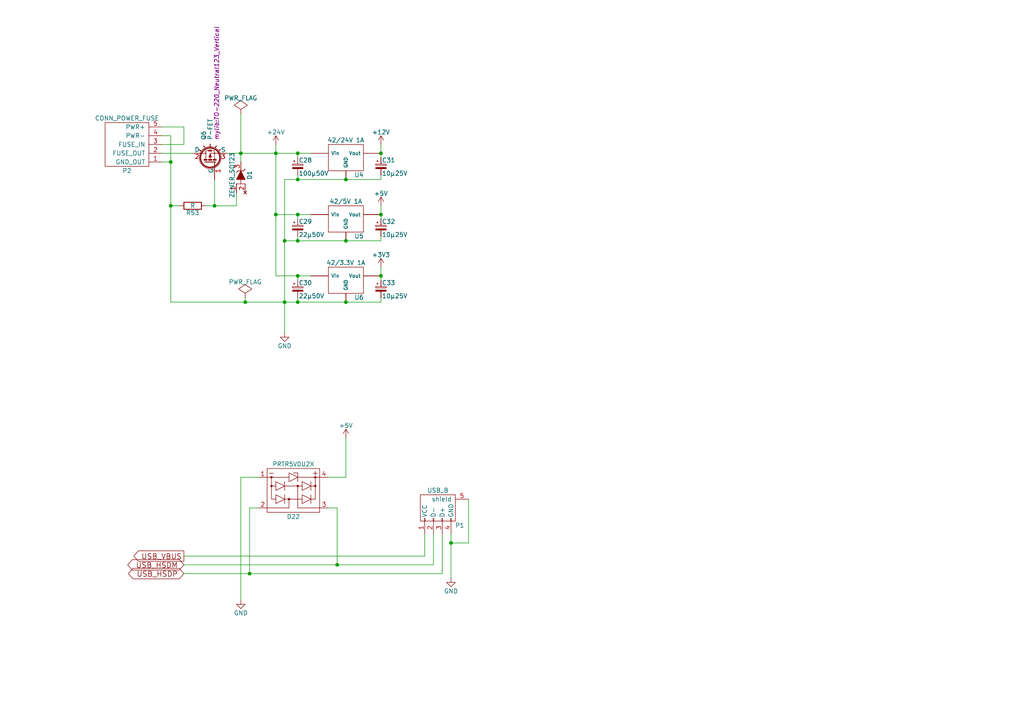
<source format=kicad_sch>
(kicad_sch (version 20231120) (generator "eeschema") (generator_version "8.0")
  (paper "A4")
  (lib_symbols
    (symbol "TEST4-rescue:+12V" (power) (pin_names (offset 0))
      (property "Value" "+12V" (at 0 3.556 0))
      (symbol "+12V_0_1"
        (polyline (pts (xy -0.762 1.27) (xy 0 2.54)))
        (polyline (pts (xy 0 0) (xy 0 2.54)))
        (polyline (pts (xy 0 2.54) (xy 0.762 1.27)))
      )
      (symbol "+12V_1_1"
        (pin power_in line (at 0 0 90) (length 0) hide (name "+12V") (number "1"))
      )
    )
    (symbol "TEST4-rescue:+24V" (power) (pin_names (offset 0))
      (property "Value" "+24V" (at 0 3.556 0))
      (symbol "+24V_0_1"
        (polyline (pts (xy -0.762 1.27) (xy 0 2.54)))
        (polyline (pts (xy 0 0) (xy 0 2.54)))
        (polyline (pts (xy 0 2.54) (xy 0.762 1.27)))
      )
      (symbol "+24V_1_1"
        (pin power_in line (at 0 0 90) (length 0) hide (name "+24V") (number "1"))
      )
    )
    (symbol "TEST4-rescue:+3.3V" (power) (pin_names (offset 0))
      (property "Value" "+3.3V" (at 0 3.556 0))
      (symbol "+3.3V_0_1"
        (polyline (pts (xy -0.762 1.27) (xy 0 2.54)))
        (polyline (pts (xy 0 0) (xy 0 2.54)))
        (polyline (pts (xy 0 2.54) (xy 0.762 1.27)))
      )
      (symbol "+3.3V_1_1"
        (pin power_in line (at 0 0 90) (length 0) hide (name "+3V3") (number "1"))
      )
    )
    (symbol "TEST4-rescue:+5V" (power) (pin_names (offset 0))
      (property "Value" "+5V" (at 0 3.556 0))
      (symbol "+5V_0_1"
        (polyline (pts (xy -0.762 1.27) (xy 0 2.54)))
        (polyline (pts (xy 0 0) (xy 0 2.54)))
        (polyline (pts (xy 0 2.54) (xy 0.762 1.27)))
      )
      (symbol "+5V_1_1"
        (pin power_in line (at 0 0 90) (length 0) hide (name "+5V") (number "1"))
      )
    )
    (symbol "TEST4-rescue:CONN_POWER_FUSE" (pin_names (offset 1.016))
      (property "Reference" "P" (at 0 -7.62 0))
      (property "Value" "CONN_POWER_FUSE" (at 0 7.62 0))
      (symbol "CONN_POWER_FUSE_0_1"
        (rectangle (start -6.35 6.35) (end 6.35 -6.35))
      )
      (symbol "CONN_POWER_FUSE_1_1"
        (pin power_in line (at 10.16 -5.08 180) (length 3.81) (name "GND_OUT") (number "1"))
        (pin power_out line (at 10.16 -2.54 180) (length 3.81) (name "FUSE_OUT") (number "2"))
        (pin power_in line (at 10.16 0 180) (length 3.81) (name "FUSE_IN") (number "3"))
        (pin power_in line (at 10.16 2.54 180) (length 3.81) (name "PWR-") (number "4"))
        (pin power_out line (at 10.16 5.08 180) (length 3.81) (name "PWR+") (number "5"))
      )
    )
    (symbol "TEST4-rescue:CP_Small" (pin_numbers hide) (pin_names (offset 0.254) hide)
      (property "Reference" "C" (at 0.254 1.778 0))
      (property "Value" "CP_Small" (at 0.254 -2.032 0))
      (symbol "CP_Small_0_1"
        (rectangle (start -1.524 -0.3048) (end 1.524 -0.6858) (fill (type outline)))
        (rectangle (start -1.524 0.6858) (end 1.524 0.3048))
        (polyline (pts (xy -1.27 1.524) (xy -0.762 1.524)))
        (polyline (pts (xy -1.016 1.27) (xy -1.016 1.778)))
      )
      (symbol "CP_Small_1_1"
        (pin passive line (at 0 2.54 270) (length 1.8542) (name "~") (number "1"))
        (pin passive line (at 0 -2.54 90) (length 1.8542) (name "~") (number "2"))
      )
    )
    (symbol "TEST4-rescue:GND" (power) (pin_names (offset 0))
      (property "Value" "GND" (at 0 -3.81 0))
      (symbol "GND_0_1"
        (polyline (pts (xy 0 0) (xy 0 -1.27) (xy 1.27 -1.27) (xy 0 -2.54) (xy -1.27 -1.27) (xy 0 -1.27)))
      )
      (symbol "GND_1_1"
        (pin power_in line (at 0 0 270) (length 0) hide (name "GND") (number "1"))
      )
    )
    (symbol "TEST4-rescue:P-FET" (pin_names (offset 0))
      (property "Reference" "Q" (at 6.35 1.905 0))
      (property "Value" "P-FET" (at 6.35 0 0))
      (property "Footprint" "TO-220" (at 6.35 -1.905 0))
      (symbol "P-FET_0_1"
        (polyline (pts (xy 0.635 -1.016) (xy 0.635 -1.651)) (stroke (width 0.508)))
        (polyline (pts (xy 0.635 0.381) (xy 0.635 -0.381)) (stroke (width 0.508)))
        (polyline (pts (xy 0.635 1.651) (xy 0.635 1.016)) (stroke (width 0.508)))
        (polyline (pts (xy 3.048 -0.254) (xy 2.921 -0.381)))
        (polyline (pts (xy 3.175 2.667) (xy 3.556 3.175)) (stroke (width 0.254)))
        (polyline (pts (xy 3.302 -2.54) (xy 3.683 -3.048)) (stroke (width 0.254)))
        (polyline (pts (xy 3.556 -0.254) (xy 3.048 -0.254)))
        (polyline (pts (xy 3.556 -0.254) (xy 3.683 -0.127)))
        (polyline (pts (xy 4.191 -1.524) (xy 4.699 -1.778)) (stroke (width 0.254)))
        (polyline (pts (xy 4.191 1.524) (xy 4.699 1.905)) (stroke (width 0.254)))
        (polyline (pts (xy 4.445 0) (xy 5.207 0)) (stroke (width 0.254)))
        (polyline (pts (xy 0 1.524) (xy 0 -1.524) (xy 0 -1.524)) (stroke (width 0.254)))
        (polyline (pts (xy 0.762 -1.27) (xy 2.54 -1.27) (xy 2.54 -2.54) (xy 2.54 -2.54)))
        (polyline (pts (xy 0.762 0) (xy 2.54 0) (xy 2.54 -1.27) (xy 2.54 -1.27)))
        (polyline (pts (xy 0.762 1.27) (xy 2.54 1.27) (xy 2.54 2.54) (xy 2.54 2.54)))
        (polyline (pts (xy 1.397 0.381) (xy 1.397 -0.381) (xy 2.413 0) (xy 1.397 0.381)) (fill (type outline)))
        (polyline (pts (xy 2.54 1.27) (xy 3.302 1.27) (xy 3.302 -1.27) (xy 2.54 -1.27)))
        (polyline (pts (xy 3.302 -0.254) (xy 3.556 0.381) (xy 3.048 0.381) (xy 3.302 -0.254)) (fill (type outline)))
        (circle (center 1.27 0) (radius 2.8194) (stroke (width 0.3556)))
        (circle (center 1.27 0) (radius 3.175))
        (circle (center 2.54 -1.27) (radius 0.127))
        (circle (center 2.54 1.27) (radius 0.127))
      )
      (symbol "P-FET_1_1"
        (pin input line (at -5.08 -1.27 0) (length 5.08) (name "G") (number "1"))
        (pin passive line (at 2.54 5.08 270) (length 2.54) (name "D") (number "2"))
        (pin passive line (at 2.54 -5.08 90) (length 2.54) (name "S") (number "3"))
      )
    )
    (symbol "TEST4-rescue:PRTR5V0U2X" (pin_names (offset 1.27))
      (property "Reference" "D" (at 0 -7.62 0))
      (property "Value" "PRTR5V0U2X" (at 0 7.62 0))
      (symbol "PRTR5V0U2X_0_0"
        (text "+" (at 6.35 5.08 0) (effects (font (size 1.524 1.524))))
        (text "-" (at -6.35 5.08 0) (effects (font (size 1.524 1.524))))
      )
      (symbol "PRTR5V0U2X_0_1"
        (rectangle (start -7.62 6.35) (end 7.62 -6.35))
        (circle (center -6.35 1.27) (radius 0.254) (fill (type outline)))
        (circle (center -6.35 3.81) (radius 0.254) (fill (type outline)))
        (circle (center -1.27 -2.54) (radius 0.254) (fill (type outline)))
        (polyline (pts (xy -6.35 1.27) (xy -6.35 3.81)))
        (polyline (pts (xy -6.35 1.27) (xy -5.08 1.27)))
        (polyline (pts (xy -2.54 -2.54) (xy 2.54 -2.54)))
        (polyline (pts (xy -2.54 -1.27) (xy -2.54 -3.81)))
        (polyline (pts (xy -2.54 1.27) (xy 2.54 1.27)))
        (polyline (pts (xy -2.54 2.54) (xy -2.54 0)))
        (polyline (pts (xy -1.27 3.81) (xy -7.62 3.81)))
        (polyline (pts (xy 1.27 3.81) (xy 7.62 3.81)) (fill (type outline)))
        (polyline (pts (xy 5.08 -1.27) (xy 5.08 -3.81)))
        (polyline (pts (xy 5.08 1.27) (xy 6.35 1.27)))
        (polyline (pts (xy 5.08 2.54) (xy 5.08 0)))
        (polyline (pts (xy 6.35 1.27) (xy 6.35 3.81)))
        (polyline (pts (xy -7.62 -5.08) (xy -1.27 -5.08) (xy -1.27 -2.54)))
        (polyline (pts (xy -6.35 1.27) (xy -6.35 -2.54) (xy -5.08 -2.54)))
        (polyline (pts (xy 1.27 1.27) (xy 1.27 -5.08) (xy 7.62 -5.08)))
        (polyline (pts (xy 1.27 2.54) (xy 1.27 5.08) (xy 0 5.08)))
        (polyline (pts (xy 6.35 1.27) (xy 6.35 -2.54) (xy 5.08 -2.54)))
        (polyline (pts (xy -5.08 -1.27) (xy -5.08 -3.81) (xy -2.54 -2.54) (xy -5.08 -1.27)))
        (polyline (pts (xy -5.08 2.54) (xy -5.08 0) (xy -2.54 1.27) (xy -5.08 2.54)))
        (polyline (pts (xy 1.27 3.81) (xy -1.27 5.08) (xy -1.27 2.54) (xy 1.27 3.81)))
        (polyline (pts (xy 2.54 -1.27) (xy 5.08 -2.54) (xy 2.54 -3.81) (xy 2.54 -1.27)))
        (polyline (pts (xy 2.54 2.54) (xy 5.08 1.27) (xy 2.54 0) (xy 2.54 2.54)))
        (circle (center 1.27 1.27) (radius 0.254) (fill (type outline)))
        (circle (center 6.35 1.27) (radius 0.254) (fill (type outline)))
        (circle (center 6.35 3.81) (radius 0.254) (fill (type outline)))
      )
      (symbol "PRTR5V0U2X_1_1"
        (pin input line (at -10.16 3.81 0) (length 2.54) (name "~") (number "1"))
        (pin input line (at -10.16 -5.08 0) (length 2.54) (name "~") (number "2"))
        (pin input line (at 10.16 -5.08 180) (length 2.54) (name "~") (number "3"))
        (pin input line (at 10.16 3.81 180) (length 2.54) (name "~") (number "4"))
      )
    )
    (symbol "TEST4-rescue:PWR_FLAG" (power) (pin_numbers hide) (pin_names (offset 0) hide)
      (property "Value" "PWR_FLAG" (at 0 4.572 0))
      (symbol "PWR_FLAG_0_0"
        (pin power_out line (at 0 0 90) (length 0) (name "pwr") (number "1"))
      )
      (symbol "PWR_FLAG_0_1"
        (polyline (pts (xy 0 0) (xy 0 1.27) (xy -1.905 2.54) (xy 0 3.81) (xy 1.905 2.54) (xy 0 1.27)))
      )
    )
    (symbol "TEST4-rescue:R" (pin_numbers hide) (pin_names (offset 0))
      (property "Reference" "R" (at 2.032 0 90))
      (property "Value" "R" (at 0 0 90))
      (symbol "R_0_1"
        (rectangle (start -1.016 -2.54) (end 1.016 2.54) (stroke (width 0.254)))
      )
      (symbol "R_1_1"
        (pin passive line (at 0 3.81 270) (length 1.27) (name "~") (number "1"))
        (pin passive line (at 0 -3.81 90) (length 1.27) (name "~") (number "2"))
      )
    )
    (symbol "TEST4-rescue:TSRN" (pin_numbers hide) (pin_names (offset 0.762))
      (property "Reference" "U" (at 3.81 -4.9784 0))
      (property "Value" "TSRN" (at 0 5.08 0))
      (symbol "TSRN_0_1"
        (rectangle (start -5.08 -3.81) (end 5.08 3.81))
      )
      (symbol "TSRN_1_1"
        (pin input line (at -10.16 1.27 0) (length 5.08) (name "Vin") (number "1"))
        (pin input line (at 0 -6.35 90) (length 2.54) (name "GND") (number "2"))
        (pin power_out line (at 10.16 1.27 180) (length 5.08) (name "Vout") (number "3"))
      )
    )
    (symbol "TEST4-rescue:USB_B-RESCUE-TEST4" (pin_names (offset 1.016))
      (property "Reference" "P" (at 5.08 -5.08 0))
      (property "Value" "USB_B-RESCUE-TEST4" (at -1.27 5.08 0))
      (symbol "USB_B-RESCUE-TEST4_0_1"
        (rectangle (start -6.35 -3.81) (end 3.81 3.81))
        (rectangle (start -5.207 -3.81) (end -4.953 -3.048))
        (rectangle (start -2.667 -3.81) (end -2.413 -3.048))
        (rectangle (start -0.127 -3.81) (end 0.127 -3.048))
        (rectangle (start 2.413 -3.81) (end 2.667 -3.048))
      )
      (symbol "USB_B-RESCUE-TEST4_1_1"
        (pin power_out line (at -5.08 -7.62 90) (length 3.81) (name "VCC") (number "1"))
        (pin passive line (at -2.54 -7.62 90) (length 3.81) (name "D-") (number "2"))
        (pin passive line (at 0 -7.62 90) (length 3.81) (name "D+") (number "3"))
        (pin power_in line (at 2.54 -7.62 90) (length 3.81) (name "GND") (number "4"))
        (pin passive line (at 7.62 2.54 180) (length 3.81) (name "shield") (number "5"))
      )
    )
    (symbol "TEST4-rescue:ZENER_SOT23" (pin_names (offset 1.016) hide)
      (property "Reference" "D" (at 0 2.54 0))
      (property "Value" "ZENER_SOT23" (at 0 -2.54 0))
      (symbol "ZENER_SOT23_0_1"
        (polyline (pts (xy 2.54 -1.27) (xy 2.54 0)))
        (polyline (pts (xy 1.27 0) (xy 2.54 0) (xy 2.54 1.27)))
        (polyline (pts (xy -1.778 1.27) (xy -1.27 0.762) (xy -1.27 -0.762) (xy -0.762 -1.27) (xy -0.762 -1.27)) (stroke (width 0.2032)))
        (polyline (pts (xy -1.27 0) (xy 1.27 1.27) (xy 1.27 -1.27) (xy -1.27 0) (xy -1.27 0)) (fill (type outline)))
      )
      (symbol "ZENER_SOT23_1_1"
        (pin passive line (at 5.08 -1.27 180) (length 2.54) (name "K") (number "1"))
        (pin no_connect line (at 5.08 1.27 180) (length 2.54) (name "A") (number "2"))
        (pin passive line (at -3.81 0 0) (length 2.54) (name "3") (number "3"))
      )
    )
  )
  (junction (at 100.33 69.85))
  (junction (at 110.49 62.23))
  (junction (at 86.36 80.01))
  (junction (at 80.01 44.45))
  (junction (at 80.01 62.23))
  (junction (at 97.79 163.83))
  (junction (at 71.12 87.63))
  (junction (at 82.55 69.85))
  (junction (at 86.36 44.45))
  (junction (at 62.23 59.69))
  (junction (at 100.33 52.07))
  (junction (at 86.36 87.63))
  (junction (at 69.85 44.45))
  (junction (at 86.36 62.23))
  (junction (at 110.49 44.45))
  (junction (at 82.55 87.63))
  (junction (at 110.49 80.01))
  (junction (at 72.39 166.37))
  (junction (at 100.33 87.63))
  (junction (at 86.36 69.85))
  (junction (at 49.53 46.99))
  (junction (at 49.53 59.69))
  (junction (at 130.81 157.48))
  (junction (at 86.36 52.07))
  (wire (pts (xy 135.89 144.78) (xy 135.89 157.48)))
  (wire (pts (xy 95.25 138.43) (xy 100.33 138.43)))
  (wire (pts (xy 97.79 147.32) (xy 97.79 163.83)))
  (wire (pts (xy 128.27 166.37) (xy 128.27 154.94)))
  (wire (pts (xy 49.53 59.69) (xy 49.53 87.63)))
  (wire (pts (xy 69.85 33.02) (xy 69.85 44.45)))
  (wire (pts (xy 49.53 87.63) (xy 71.12 87.63)))
  (wire (pts (xy 80.01 62.23) (xy 86.36 62.23)))
  (wire (pts (xy 72.39 166.37) (xy 128.27 166.37)))
  (wire (pts (xy 110.49 41.91) (xy 110.49 44.45)))
  (wire (pts (xy 86.36 68.58) (xy 86.36 69.85)))
  (wire (pts (xy 53.34 161.29) (xy 123.19 161.29)))
  (wire (pts (xy 59.69 59.69) (xy 62.23 59.69)))
  (wire (pts (xy 82.55 52.07) (xy 82.55 69.85)))
  (wire (pts (xy 46.99 39.37) (xy 49.53 39.37)))
  (wire (pts (xy 74.93 138.43) (xy 69.85 138.43)))
  (wire (pts (xy 74.93 147.32) (xy 72.39 147.32)))
  (wire (pts (xy 82.55 69.85) (xy 82.55 87.63)))
  (wire (pts (xy 46.99 44.45) (xy 55.88 44.45)))
  (wire (pts (xy 46.99 36.83) (xy 53.34 36.83)))
  (wire (pts (xy 71.12 86.36) (xy 71.12 87.63)))
  (wire (pts (xy 130.81 154.94) (xy 130.81 157.48)))
  (wire (pts (xy 49.53 46.99) (xy 49.53 59.69)))
  (wire (pts (xy 86.36 87.63) (xy 86.36 86.36)))
  (wire (pts (xy 110.49 52.07) (xy 110.49 50.8)))
  (wire (pts (xy 69.85 44.45) (xy 80.01 44.45)))
  (wire (pts (xy 71.12 87.63) (xy 82.55 87.63)))
  (wire (pts (xy 110.49 87.63) (xy 110.49 86.36)))
  (wire (pts (xy 69.85 44.45) (xy 69.85 46.99)))
  (wire (pts (xy 110.49 80.01) (xy 110.49 81.28)))
  (wire (pts (xy 86.36 62.23) (xy 86.36 63.5)))
  (wire (pts (xy 53.34 41.91) (xy 46.99 41.91)))
  (wire (pts (xy 110.49 77.47) (xy 110.49 80.01)))
  (wire (pts (xy 86.36 50.8) (xy 86.36 52.07)))
  (wire (pts (xy 53.34 36.83) (xy 53.34 41.91)))
  (wire (pts (xy 86.36 62.23) (xy 90.17 62.23)))
  (wire (pts (xy 86.36 52.07) (xy 100.33 52.07)))
  (wire (pts (xy 100.33 138.43) (xy 100.33 127)))
  (wire (pts (xy 110.49 62.23) (xy 110.49 63.5)))
  (wire (pts (xy 86.36 69.85) (xy 100.33 69.85)))
  (wire (pts (xy 86.36 44.45) (xy 86.36 45.72)))
  (wire (pts (xy 82.55 87.63) (xy 86.36 87.63)))
  (wire (pts (xy 52.07 59.69) (xy 49.53 59.69)))
  (wire (pts (xy 80.01 41.91) (xy 80.01 44.45)))
  (wire (pts (xy 62.23 59.69) (xy 68.58 59.69)))
  (wire (pts (xy 86.36 80.01) (xy 90.17 80.01)))
  (wire (pts (xy 53.34 163.83) (xy 97.79 163.83)))
  (wire (pts (xy 110.49 59.69) (xy 110.49 62.23)))
  (wire (pts (xy 82.55 87.63) (xy 82.55 96.52)))
  (wire (pts (xy 125.73 163.83) (xy 125.73 154.94)))
  (wire (pts (xy 68.58 59.69) (xy 68.58 55.88)))
  (wire (pts (xy 69.85 138.43) (xy 69.85 173.99)))
  (wire (pts (xy 62.23 59.69) (xy 62.23 52.07)))
  (wire (pts (xy 80.01 80.01) (xy 86.36 80.01)))
  (wire (pts (xy 86.36 44.45) (xy 90.17 44.45)))
  (wire (pts (xy 130.81 157.48) (xy 130.81 167.64)))
  (wire (pts (xy 86.36 80.01) (xy 86.36 81.28)))
  (wire (pts (xy 80.01 44.45) (xy 86.36 44.45)))
  (wire (pts (xy 66.04 44.45) (xy 69.85 44.45)))
  (wire (pts (xy 46.99 46.99) (xy 49.53 46.99)))
  (wire (pts (xy 135.89 157.48) (xy 130.81 157.48)))
  (wire (pts (xy 82.55 69.85) (xy 86.36 69.85)))
  (wire (pts (xy 72.39 147.32) (xy 72.39 166.37)))
  (wire (pts (xy 110.49 44.45) (xy 110.49 45.72)))
  (wire (pts (xy 123.19 161.29) (xy 123.19 154.94)))
  (wire (pts (xy 53.34 166.37) (xy 72.39 166.37)))
  (wire (pts (xy 97.79 163.83) (xy 125.73 163.83)))
  (wire (pts (xy 100.33 52.07) (xy 110.49 52.07)))
  (wire (pts (xy 110.49 69.85) (xy 110.49 68.58)))
  (wire (pts (xy 82.55 52.07) (xy 86.36 52.07)))
  (wire (pts (xy 80.01 62.23) (xy 80.01 80.01)))
  (wire (pts (xy 100.33 87.63) (xy 110.49 87.63)))
  (wire (pts (xy 80.01 44.45) (xy 80.01 62.23)))
  (wire (pts (xy 86.36 87.63) (xy 100.33 87.63)))
  (wire (pts (xy 95.25 147.32) (xy 97.79 147.32)))
  (wire (pts (xy 100.33 69.85) (xy 110.49 69.85)))
  (wire (pts (xy 49.53 39.37) (xy 49.53 46.99)))
  (global_label "USB_HSDM" (shape bidirectional) (at 53.34 163.83 180) (effects (font (size 1.524 1.524))) (property "Intersheetrefs" "${INTERSHEET_REFS}" (effects (hide yes))))
  (global_label "USB_VBUS" (shape output) (at 53.34 161.29 180) (effects (font (size 1.524 1.524))) (property "Intersheetrefs" "${INTERSHEET_REFS}" (effects (hide yes))))
  (global_label "USB_HSDP" (shape bidirectional) (at 53.34 166.37 180) (effects (font (size 1.524 1.524))) (property "Intersheetrefs" "${INTERSHEET_REFS}" (effects (hide yes))))
  (symbol (lib_name "TEST4-rescue:USB_B-RESCUE-TEST4") (lib_id "TEST4-rescue:USB_B-RESCUE-TEST4") (at 128.27 147.32 0) (unit 1)
    (property "Reference" "P1" (at 133.35 152.4 0))
    (property "Value" "USB_B" (at 127 142.24 0))
    (property "Footprint" "mylib:Conn_USBBW_Reichelt" (effects (hide yes)))
  )
  (symbol (lib_name "TEST4-rescue:GND") (lib_id "TEST4-rescue:GND") (at 130.81 167.64 0) (unit 1)
    (property "Reference" "#PWR052" (effects (hide yes)))
    (property "Value" "GND" (at 130.81 171.45 0))
  )
  (symbol (lib_name "TEST4-rescue:+5V") (lib_id "TEST4-rescue:+5V") (at 110.49 59.69 0) (unit 1)
    (property "Reference" "#PWR053" (effects (hide yes)))
    (property "Value" "+5V" (at 110.49 56.134 0))
  )
  (symbol (lib_name "TEST4-rescue:TSRN") (lib_id "TEST4-rescue:TSRN") (at 100.33 63.5 0) (unit 1)
    (property "Reference" "U5" (at 104.14 68.4784 0))
    (property "Value" "42/5V 1A" (at 100.33 58.42 0))
    (property "Footprint" "mylib:DCDC-Conv_TRACO_TSR-1" (effects (hide yes)))
  )
  (symbol (lib_name "TEST4-rescue:TSRN") (lib_id "TEST4-rescue:TSRN") (at 100.33 45.72 0) (unit 1)
    (property "Reference" "U4" (at 104.14 50.6984 0))
    (property "Value" "42/24V 1A" (at 100.33 40.64 0))
    (property "Footprint" "mylib:DCDC-Conv_TRACO_TSR-1" (effects (hide yes)))
  )
  (symbol (lib_name "TEST4-rescue:TSRN") (lib_id "TEST4-rescue:TSRN") (at 100.33 81.28 0) (unit 1)
    (property "Reference" "U6" (at 104.14 86.2584 0))
    (property "Value" "42/3.3V 1A" (at 100.33 76.2 0))
    (property "Footprint" "mylib:DCDC-Conv_TRACO_TSR-1" (effects (hide yes)))
  )
  (symbol (lib_name "TEST4-rescue:+3.3V") (lib_id "TEST4-rescue:+3.3V") (at 110.49 77.47 0) (unit 1)
    (property "Reference" "#PWR054" (effects (hide yes)))
    (property "Value" "+3V3" (at 110.49 73.914 0))
  )
  (symbol (lib_name "TEST4-rescue:+24V") (lib_id "TEST4-rescue:+24V") (at 80.01 41.91 0) (unit 1)
    (property "Reference" "#PWR055" (effects (hide yes)))
    (property "Value" "+24V" (at 80.01 38.354 0))
  )
  (symbol (lib_name "TEST4-rescue:+12V") (lib_id "TEST4-rescue:+12V") (at 110.49 41.91 0) (unit 1)
    (property "Reference" "#PWR056" (effects (hide yes)))
    (property "Value" "+12V" (at 110.49 38.354 0))
  )
  (symbol (lib_name "TEST4-rescue:GND") (lib_id "TEST4-rescue:GND") (at 82.55 96.52 0) (unit 1)
    (property "Reference" "#PWR057" (effects (hide yes)))
    (property "Value" "GND" (at 82.55 100.33 0))
  )
  (symbol (lib_name "TEST4-rescue:CP_Small") (lib_id "TEST4-rescue:CP_Small") (at 110.49 48.26 0) (unit 1)
    (property "Reference" "C31" (at 110.744 46.482 0) (effects (justify left)))
    (property "Value" "10µ25V" (at 110.744 50.292 0) (effects (justify left)))
    (property "Footprint" "mylib:C_1206" (effects (hide yes)))
  )
  (symbol (lib_name "TEST4-rescue:CP_Small") (lib_id "TEST4-rescue:CP_Small") (at 110.49 66.04 0) (unit 1)
    (property "Reference" "C32" (at 110.744 64.262 0) (effects (justify left)))
    (property "Value" "10µ25V" (at 110.744 68.072 0) (effects (justify left)))
    (property "Footprint" "mylib:C_1206" (effects (hide yes)))
  )
  (symbol (lib_name "TEST4-rescue:CP_Small") (lib_id "TEST4-rescue:CP_Small") (at 110.49 83.82 0) (unit 1)
    (property "Reference" "C33" (at 110.744 82.042 0) (effects (justify left)))
    (property "Value" "10µ25V" (at 110.744 85.852 0) (effects (justify left)))
    (property "Footprint" "mylib:C_1206" (effects (hide yes)))
  )
  (symbol (lib_name "TEST4-rescue:CP_Small") (lib_id "TEST4-rescue:CP_Small") (at 86.36 48.26 0) (unit 1)
    (property "Reference" "C28" (at 86.614 46.482 0) (effects (justify left)))
    (property "Value" "100µ50V" (at 86.614 50.292 0) (effects (justify left)))
    (property "Footprint" "mylib:C_Radial_D10_L13_P5" (effects (hide yes)))
  )
  (symbol (lib_name "TEST4-rescue:CP_Small") (lib_id "TEST4-rescue:CP_Small") (at 86.36 66.04 0) (unit 1)
    (property "Reference" "C29" (at 86.614 64.262 0) (effects (justify left)))
    (property "Value" "22µ50V" (at 86.614 68.072 0) (effects (justify left)))
    (property "Footprint" "mylib:C_Radial_D5_L11_P2.5" (effects (hide yes)))
  )
  (symbol (lib_name "TEST4-rescue:CP_Small") (lib_id "TEST4-rescue:CP_Small") (at 86.36 83.82 0) (unit 1)
    (property "Reference" "C30" (at 86.614 82.042 0) (effects (justify left)))
    (property "Value" "22µ50V" (at 86.614 85.852 0) (effects (justify left)))
    (property "Footprint" "mylib:C_Radial_D5_L11_P2.5" (effects (hide yes)))
  )
  (symbol (lib_name "TEST4-rescue:PRTR5V0U2X") (lib_id "TEST4-rescue:PRTR5V0U2X") (at 85.09 142.24 0) (unit 1)
    (property "Reference" "D22" (at 85.09 149.86 0))
    (property "Value" "PRTR5V0U2X" (at 85.09 134.62 0))
    (property "Footprint" "TO_SOT_Packages_SMD:SOT-143" (effects (hide yes)))
  )
  (symbol (lib_name "TEST4-rescue:+5V") (lib_id "TEST4-rescue:+5V") (at 100.33 127 0) (unit 1)
    (property "Reference" "#PWR058" (effects (hide yes)))
    (property "Value" "+5V" (at 100.33 123.444 0))
  )
  (symbol (lib_name "TEST4-rescue:GND") (lib_id "TEST4-rescue:GND") (at 69.85 173.99 0) (unit 1)
    (property "Reference" "#PWR059" (effects (hide yes)))
    (property "Value" "GND" (at 69.85 177.8 0))
  )
  (symbol (lib_name "TEST4-rescue:CONN_POWER_FUSE") (lib_id "TEST4-rescue:CONN_POWER_FUSE") (at 36.83 41.91 0) (unit 1)
    (property "Reference" "P2" (at 36.83 49.53 0))
    (property "Value" "CONN_POWER_FUSE" (at 36.83 34.29 0))
    (property "Footprint" "mylib:Pin_Header_Straight_LForm_1x05" (effects (hide yes)))
  )
  (symbol (lib_name "TEST4-rescue:PWR_FLAG") (lib_id "TEST4-rescue:PWR_FLAG") (at 69.85 33.02 0) (unit 1)
    (property "Reference" "#FLG060" (effects (hide yes)))
    (property "Value" "PWR_FLAG" (at 69.85 28.448 0))
  )
  (symbol (lib_name "TEST4-rescue:PWR_FLAG") (lib_id "TEST4-rescue:PWR_FLAG") (at 71.12 86.36 0) (unit 1)
    (property "Reference" "#FLG061" (effects (hide yes)))
    (property "Value" "PWR_FLAG" (at 71.12 81.788 0))
  )
  (symbol (lib_name "TEST4-rescue:P-FET") (lib_id "TEST4-rescue:P-FET") (at 60.96 46.99 90) (unit 1)
    (property "Reference" "Q6" (at 59.055 40.64 0) (effects (justify left)))
    (property "Value" "P-FET" (at 60.96 40.64 0) (effects (justify left)))
    (property "Footprint" "mylib:TO-220_Neutral123_Vertical" (at 62.865 40.64 0) (effects (font (italic yes)) (justify left)))
  )
  (symbol (lib_name "TEST4-rescue:R") (lib_id "TEST4-rescue:R") (at 55.88 59.69 270) (unit 1)
    (property "Reference" "R53" (at 55.88 61.722 90))
    (property "Value" "R" (at 55.88 59.69 90))
    (property "Footprint" "mylib:R_1206" (effects (hide yes)))
  )
  (symbol (lib_name "TEST4-rescue:ZENER_SOT23") (lib_id "TEST4-rescue:ZENER_SOT23") (at 69.85 50.8 270) (unit 1)
    (property "Reference" "D1" (at 72.39 50.8 0))
    (property "Value" "ZENER_SOT23" (at 67.31 50.8 0))
    (property "Footprint" "mylib:SOT-23" (effects (hide yes)))
  )
)
</source>
